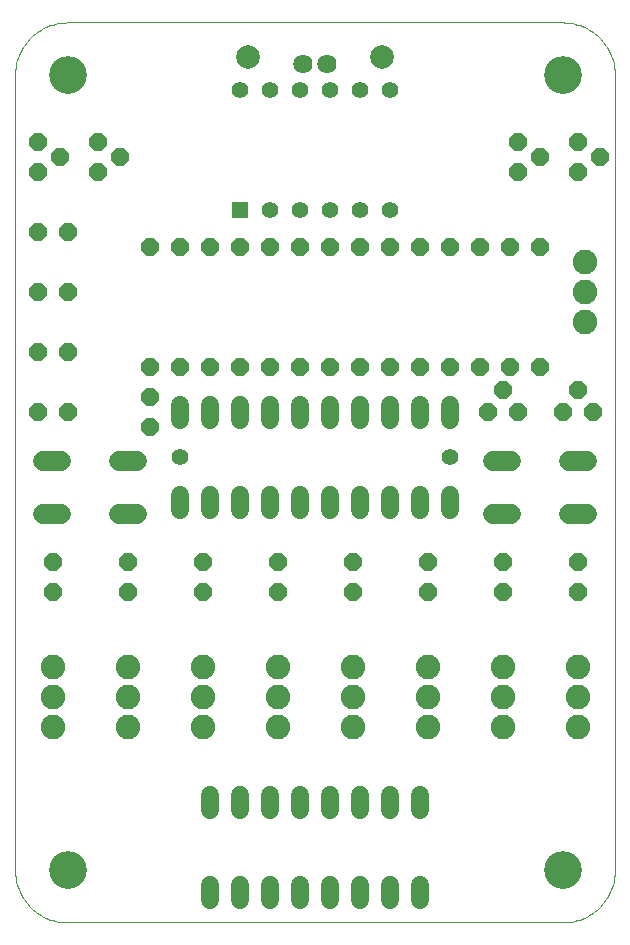
<source format=gbs>
G75*
G70*
%OFA0B0*%
%FSLAX24Y24*%
%IPPOS*%
%LPD*%
%AMOC8*
5,1,8,0,0,1.08239X$1,22.5*
%
%ADD10C,0.0000*%
%ADD11C,0.0600*%
%ADD12OC8,0.0600*%
%ADD13R,0.0556X0.0556*%
%ADD14C,0.0556*%
%ADD15C,0.0789*%
%ADD16C,0.0820*%
%ADD17C,0.1261*%
%ADD18C,0.0680*%
%ADD19C,0.0640*%
%ADD20C,0.0555*%
D10*
X000151Y001901D02*
X000151Y028401D01*
X001310Y028401D02*
X001312Y028449D01*
X001318Y028497D01*
X001328Y028544D01*
X001341Y028590D01*
X001359Y028635D01*
X001379Y028679D01*
X001404Y028721D01*
X001432Y028760D01*
X001462Y028797D01*
X001496Y028831D01*
X001533Y028863D01*
X001571Y028892D01*
X001612Y028917D01*
X001655Y028939D01*
X001700Y028957D01*
X001746Y028971D01*
X001793Y028982D01*
X001841Y028989D01*
X001889Y028992D01*
X001937Y028991D01*
X001985Y028986D01*
X002033Y028977D01*
X002079Y028965D01*
X002124Y028948D01*
X002168Y028928D01*
X002210Y028905D01*
X002250Y028878D01*
X002288Y028848D01*
X002323Y028815D01*
X002355Y028779D01*
X002385Y028741D01*
X002411Y028700D01*
X002433Y028657D01*
X002453Y028613D01*
X002468Y028568D01*
X002480Y028521D01*
X002488Y028473D01*
X002492Y028425D01*
X002492Y028377D01*
X002488Y028329D01*
X002480Y028281D01*
X002468Y028234D01*
X002453Y028189D01*
X002433Y028145D01*
X002411Y028102D01*
X002385Y028061D01*
X002355Y028023D01*
X002323Y027987D01*
X002288Y027954D01*
X002250Y027924D01*
X002210Y027897D01*
X002168Y027874D01*
X002124Y027854D01*
X002079Y027837D01*
X002033Y027825D01*
X001985Y027816D01*
X001937Y027811D01*
X001889Y027810D01*
X001841Y027813D01*
X001793Y027820D01*
X001746Y027831D01*
X001700Y027845D01*
X001655Y027863D01*
X001612Y027885D01*
X001571Y027910D01*
X001533Y027939D01*
X001496Y027971D01*
X001462Y028005D01*
X001432Y028042D01*
X001404Y028081D01*
X001379Y028123D01*
X001359Y028167D01*
X001341Y028212D01*
X001328Y028258D01*
X001318Y028305D01*
X001312Y028353D01*
X001310Y028401D01*
X000151Y028401D02*
X000153Y028484D01*
X000159Y028567D01*
X000169Y028650D01*
X000183Y028732D01*
X000200Y028814D01*
X000222Y028894D01*
X000247Y028973D01*
X000276Y029051D01*
X000309Y029128D01*
X000346Y029203D01*
X000385Y029276D01*
X000429Y029347D01*
X000475Y029416D01*
X000525Y029483D01*
X000578Y029547D01*
X000634Y029609D01*
X000693Y029668D01*
X000755Y029724D01*
X000819Y029777D01*
X000886Y029827D01*
X000955Y029873D01*
X001026Y029917D01*
X001099Y029956D01*
X001174Y029993D01*
X001251Y030026D01*
X001329Y030055D01*
X001408Y030080D01*
X001488Y030102D01*
X001570Y030119D01*
X001652Y030133D01*
X001735Y030143D01*
X001818Y030149D01*
X001901Y030151D01*
X018401Y030151D01*
X017810Y028401D02*
X017812Y028449D01*
X017818Y028497D01*
X017828Y028544D01*
X017841Y028590D01*
X017859Y028635D01*
X017879Y028679D01*
X017904Y028721D01*
X017932Y028760D01*
X017962Y028797D01*
X017996Y028831D01*
X018033Y028863D01*
X018071Y028892D01*
X018112Y028917D01*
X018155Y028939D01*
X018200Y028957D01*
X018246Y028971D01*
X018293Y028982D01*
X018341Y028989D01*
X018389Y028992D01*
X018437Y028991D01*
X018485Y028986D01*
X018533Y028977D01*
X018579Y028965D01*
X018624Y028948D01*
X018668Y028928D01*
X018710Y028905D01*
X018750Y028878D01*
X018788Y028848D01*
X018823Y028815D01*
X018855Y028779D01*
X018885Y028741D01*
X018911Y028700D01*
X018933Y028657D01*
X018953Y028613D01*
X018968Y028568D01*
X018980Y028521D01*
X018988Y028473D01*
X018992Y028425D01*
X018992Y028377D01*
X018988Y028329D01*
X018980Y028281D01*
X018968Y028234D01*
X018953Y028189D01*
X018933Y028145D01*
X018911Y028102D01*
X018885Y028061D01*
X018855Y028023D01*
X018823Y027987D01*
X018788Y027954D01*
X018750Y027924D01*
X018710Y027897D01*
X018668Y027874D01*
X018624Y027854D01*
X018579Y027837D01*
X018533Y027825D01*
X018485Y027816D01*
X018437Y027811D01*
X018389Y027810D01*
X018341Y027813D01*
X018293Y027820D01*
X018246Y027831D01*
X018200Y027845D01*
X018155Y027863D01*
X018112Y027885D01*
X018071Y027910D01*
X018033Y027939D01*
X017996Y027971D01*
X017962Y028005D01*
X017932Y028042D01*
X017904Y028081D01*
X017879Y028123D01*
X017859Y028167D01*
X017841Y028212D01*
X017828Y028258D01*
X017818Y028305D01*
X017812Y028353D01*
X017810Y028401D01*
X018401Y030151D02*
X018484Y030149D01*
X018567Y030143D01*
X018650Y030133D01*
X018732Y030119D01*
X018814Y030102D01*
X018894Y030080D01*
X018973Y030055D01*
X019051Y030026D01*
X019128Y029993D01*
X019203Y029956D01*
X019276Y029917D01*
X019347Y029873D01*
X019416Y029827D01*
X019483Y029777D01*
X019547Y029724D01*
X019609Y029668D01*
X019668Y029609D01*
X019724Y029547D01*
X019777Y029483D01*
X019827Y029416D01*
X019873Y029347D01*
X019917Y029276D01*
X019956Y029203D01*
X019993Y029128D01*
X020026Y029051D01*
X020055Y028973D01*
X020080Y028894D01*
X020102Y028814D01*
X020119Y028732D01*
X020133Y028650D01*
X020143Y028567D01*
X020149Y028484D01*
X020151Y028401D01*
X020151Y001901D01*
X017810Y001901D02*
X017812Y001949D01*
X017818Y001997D01*
X017828Y002044D01*
X017841Y002090D01*
X017859Y002135D01*
X017879Y002179D01*
X017904Y002221D01*
X017932Y002260D01*
X017962Y002297D01*
X017996Y002331D01*
X018033Y002363D01*
X018071Y002392D01*
X018112Y002417D01*
X018155Y002439D01*
X018200Y002457D01*
X018246Y002471D01*
X018293Y002482D01*
X018341Y002489D01*
X018389Y002492D01*
X018437Y002491D01*
X018485Y002486D01*
X018533Y002477D01*
X018579Y002465D01*
X018624Y002448D01*
X018668Y002428D01*
X018710Y002405D01*
X018750Y002378D01*
X018788Y002348D01*
X018823Y002315D01*
X018855Y002279D01*
X018885Y002241D01*
X018911Y002200D01*
X018933Y002157D01*
X018953Y002113D01*
X018968Y002068D01*
X018980Y002021D01*
X018988Y001973D01*
X018992Y001925D01*
X018992Y001877D01*
X018988Y001829D01*
X018980Y001781D01*
X018968Y001734D01*
X018953Y001689D01*
X018933Y001645D01*
X018911Y001602D01*
X018885Y001561D01*
X018855Y001523D01*
X018823Y001487D01*
X018788Y001454D01*
X018750Y001424D01*
X018710Y001397D01*
X018668Y001374D01*
X018624Y001354D01*
X018579Y001337D01*
X018533Y001325D01*
X018485Y001316D01*
X018437Y001311D01*
X018389Y001310D01*
X018341Y001313D01*
X018293Y001320D01*
X018246Y001331D01*
X018200Y001345D01*
X018155Y001363D01*
X018112Y001385D01*
X018071Y001410D01*
X018033Y001439D01*
X017996Y001471D01*
X017962Y001505D01*
X017932Y001542D01*
X017904Y001581D01*
X017879Y001623D01*
X017859Y001667D01*
X017841Y001712D01*
X017828Y001758D01*
X017818Y001805D01*
X017812Y001853D01*
X017810Y001901D01*
X018401Y000151D02*
X018484Y000153D01*
X018567Y000159D01*
X018650Y000169D01*
X018732Y000183D01*
X018814Y000200D01*
X018894Y000222D01*
X018973Y000247D01*
X019051Y000276D01*
X019128Y000309D01*
X019203Y000346D01*
X019276Y000385D01*
X019347Y000429D01*
X019416Y000475D01*
X019483Y000525D01*
X019547Y000578D01*
X019609Y000634D01*
X019668Y000693D01*
X019724Y000755D01*
X019777Y000819D01*
X019827Y000886D01*
X019873Y000955D01*
X019917Y001026D01*
X019956Y001099D01*
X019993Y001174D01*
X020026Y001251D01*
X020055Y001329D01*
X020080Y001408D01*
X020102Y001488D01*
X020119Y001570D01*
X020133Y001652D01*
X020143Y001735D01*
X020149Y001818D01*
X020151Y001901D01*
X018401Y000151D02*
X001901Y000151D01*
X001310Y001901D02*
X001312Y001949D01*
X001318Y001997D01*
X001328Y002044D01*
X001341Y002090D01*
X001359Y002135D01*
X001379Y002179D01*
X001404Y002221D01*
X001432Y002260D01*
X001462Y002297D01*
X001496Y002331D01*
X001533Y002363D01*
X001571Y002392D01*
X001612Y002417D01*
X001655Y002439D01*
X001700Y002457D01*
X001746Y002471D01*
X001793Y002482D01*
X001841Y002489D01*
X001889Y002492D01*
X001937Y002491D01*
X001985Y002486D01*
X002033Y002477D01*
X002079Y002465D01*
X002124Y002448D01*
X002168Y002428D01*
X002210Y002405D01*
X002250Y002378D01*
X002288Y002348D01*
X002323Y002315D01*
X002355Y002279D01*
X002385Y002241D01*
X002411Y002200D01*
X002433Y002157D01*
X002453Y002113D01*
X002468Y002068D01*
X002480Y002021D01*
X002488Y001973D01*
X002492Y001925D01*
X002492Y001877D01*
X002488Y001829D01*
X002480Y001781D01*
X002468Y001734D01*
X002453Y001689D01*
X002433Y001645D01*
X002411Y001602D01*
X002385Y001561D01*
X002355Y001523D01*
X002323Y001487D01*
X002288Y001454D01*
X002250Y001424D01*
X002210Y001397D01*
X002168Y001374D01*
X002124Y001354D01*
X002079Y001337D01*
X002033Y001325D01*
X001985Y001316D01*
X001937Y001311D01*
X001889Y001310D01*
X001841Y001313D01*
X001793Y001320D01*
X001746Y001331D01*
X001700Y001345D01*
X001655Y001363D01*
X001612Y001385D01*
X001571Y001410D01*
X001533Y001439D01*
X001496Y001471D01*
X001462Y001505D01*
X001432Y001542D01*
X001404Y001581D01*
X001379Y001623D01*
X001359Y001667D01*
X001341Y001712D01*
X001328Y001758D01*
X001318Y001805D01*
X001312Y001853D01*
X001310Y001901D01*
X000151Y001901D02*
X000153Y001818D01*
X000159Y001735D01*
X000169Y001652D01*
X000183Y001570D01*
X000200Y001488D01*
X000222Y001408D01*
X000247Y001329D01*
X000276Y001251D01*
X000309Y001174D01*
X000346Y001099D01*
X000385Y001026D01*
X000429Y000955D01*
X000475Y000886D01*
X000525Y000819D01*
X000578Y000755D01*
X000634Y000693D01*
X000693Y000634D01*
X000755Y000578D01*
X000819Y000525D01*
X000886Y000475D01*
X000955Y000429D01*
X001026Y000385D01*
X001099Y000346D01*
X001174Y000309D01*
X001251Y000276D01*
X001329Y000247D01*
X001408Y000222D01*
X001488Y000200D01*
X001570Y000183D01*
X001652Y000169D01*
X001735Y000159D01*
X001818Y000153D01*
X001901Y000151D01*
D11*
X006651Y000891D02*
X006651Y001411D01*
X007651Y001411D02*
X007651Y000891D01*
X008651Y000891D02*
X008651Y001411D01*
X009651Y001411D02*
X009651Y000891D01*
X010651Y000891D02*
X010651Y001411D01*
X011651Y001411D02*
X011651Y000891D01*
X012651Y000891D02*
X012651Y001411D01*
X013651Y001411D02*
X013651Y000891D01*
X013651Y003891D02*
X013651Y004411D01*
X012651Y004411D02*
X012651Y003891D01*
X011651Y003891D02*
X011651Y004411D01*
X010651Y004411D02*
X010651Y003891D01*
X009651Y003891D02*
X009651Y004411D01*
X008651Y004411D02*
X008651Y003891D01*
X007651Y003891D02*
X007651Y004411D01*
X006651Y004411D02*
X006651Y003891D01*
X006651Y013891D02*
X006651Y014411D01*
X005651Y014411D02*
X005651Y013891D01*
X007651Y013891D02*
X007651Y014411D01*
X008651Y014411D02*
X008651Y013891D01*
X009651Y013891D02*
X009651Y014411D01*
X010651Y014411D02*
X010651Y013891D01*
X011651Y013891D02*
X011651Y014411D01*
X012651Y014411D02*
X012651Y013891D01*
X013651Y013891D02*
X013651Y014411D01*
X014651Y014411D02*
X014651Y013891D01*
X014651Y016891D02*
X014651Y017411D01*
X013651Y017411D02*
X013651Y016891D01*
X012651Y016891D02*
X012651Y017411D01*
X011651Y017411D02*
X011651Y016891D01*
X010651Y016891D02*
X010651Y017411D01*
X009651Y017411D02*
X009651Y016891D01*
X008651Y016891D02*
X008651Y017411D01*
X007651Y017411D02*
X007651Y016891D01*
X006651Y016891D02*
X006651Y017411D01*
X005651Y017411D02*
X005651Y016891D01*
D12*
X004651Y016651D03*
X004651Y017651D03*
X004651Y018651D03*
X005651Y018651D03*
X006651Y018651D03*
X007651Y018651D03*
X008651Y018651D03*
X009651Y018651D03*
X010651Y018651D03*
X011651Y018651D03*
X012651Y018651D03*
X013651Y018651D03*
X014651Y018651D03*
X015651Y018651D03*
X016401Y017901D03*
X016651Y018651D03*
X017651Y018651D03*
X016901Y017151D03*
X015901Y017151D03*
X018401Y017151D03*
X018901Y017901D03*
X019401Y017151D03*
X018901Y012151D03*
X018901Y011151D03*
X016401Y011151D03*
X016401Y012151D03*
X013901Y012151D03*
X013901Y011151D03*
X011401Y011151D03*
X011401Y012151D03*
X008901Y012151D03*
X008901Y011151D03*
X006401Y011151D03*
X006401Y012151D03*
X003901Y012151D03*
X003901Y011151D03*
X001401Y011151D03*
X001401Y012151D03*
X000901Y017151D03*
X001901Y017151D03*
X001901Y019151D03*
X000901Y019151D03*
X000901Y021151D03*
X001901Y021151D03*
X001901Y023151D03*
X000901Y023151D03*
X000901Y025151D03*
X001651Y025651D03*
X000901Y026151D03*
X002901Y026151D03*
X003651Y025651D03*
X002901Y025151D03*
X004651Y022651D03*
X005651Y022651D03*
X006651Y022651D03*
X007651Y022651D03*
X008651Y022651D03*
X009651Y022651D03*
X010651Y022651D03*
X011651Y022651D03*
X012651Y022651D03*
X013651Y022651D03*
X014651Y022651D03*
X015651Y022651D03*
X016651Y022651D03*
X017651Y022651D03*
X016901Y025151D03*
X017651Y025651D03*
X016901Y026151D03*
X018901Y026151D03*
X019651Y025651D03*
X018901Y025151D03*
D13*
X007651Y023901D03*
D14*
X008651Y023901D03*
X009651Y023901D03*
X010651Y023901D03*
X011651Y023901D03*
X012651Y023901D03*
X012651Y027901D03*
X011651Y027901D03*
X010651Y027901D03*
X009651Y027901D03*
X008651Y027901D03*
X007651Y027901D03*
D15*
X007911Y029006D03*
X012391Y029006D03*
D16*
X019151Y022151D03*
X019151Y021151D03*
X019151Y020151D03*
X018901Y008651D03*
X018901Y007651D03*
X018901Y006651D03*
X016401Y006651D03*
X016401Y007651D03*
X016401Y008651D03*
X013901Y008651D03*
X013901Y007651D03*
X013901Y006651D03*
X011401Y006651D03*
X011401Y007651D03*
X011401Y008651D03*
X008901Y008651D03*
X008901Y007651D03*
X008901Y006651D03*
X006401Y006651D03*
X006401Y007651D03*
X006401Y008651D03*
X003901Y008651D03*
X003901Y007651D03*
X003901Y006651D03*
X001401Y006651D03*
X001401Y007651D03*
X001401Y008651D03*
D17*
X001901Y001901D03*
X018401Y001901D03*
X018401Y028401D03*
X001901Y028401D03*
D18*
X001671Y015541D02*
X001071Y015541D01*
X001071Y013761D02*
X001671Y013761D01*
X003631Y013761D02*
X004231Y013761D01*
X004231Y015541D02*
X003631Y015541D01*
X016071Y015541D02*
X016671Y015541D01*
X016671Y013761D02*
X016071Y013761D01*
X018631Y013761D02*
X019231Y013761D01*
X019231Y015541D02*
X018631Y015541D01*
D19*
X010545Y028776D03*
X009757Y028776D03*
D20*
X005651Y015651D03*
X014651Y015651D03*
M02*

</source>
